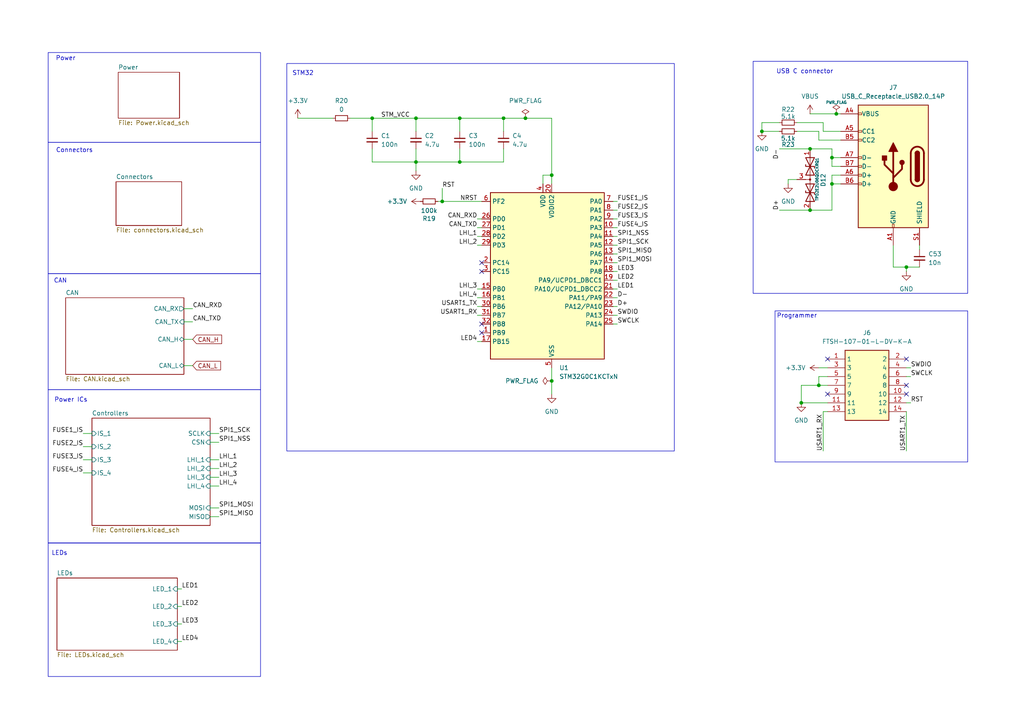
<source format=kicad_sch>
(kicad_sch (version 20231120) (generator "eeschema") (generator_version "8.0")
  (paper "A4")
  (title_block (rev "${REVISION}") (company "Author:") (comment 1 "Reviewer:"))
  (lib_symbols
    (symbol "Device:C_Small" (pin_numbers hide) (pin_names (offset 0.254) hide)
      (property "Reference" "C" (at 0.254 1.778 0))
      (property "Value" "C_Small" (at 0.254 -2.032 0))
      (symbol "C_Small_0_1"
        (polyline (pts (xy -1.524 -0.508) (xy 1.524 -0.508)) (stroke (width 0.3302)))
        (polyline (pts (xy -1.524 0.508) (xy 1.524 0.508)) (stroke (width 0.3048)))
      )
      (symbol "C_Small_1_1"
        (pin passive line (at 0 2.54 270) (length 2.032) (name "~") (number "1"))
        (pin passive line (at 0 -2.54 90) (length 2.032) (name "~") (number "2"))
      )
    )
    (symbol "Device:D_TVS_Dual_AAC" (pin_names (offset 1.016) hide)
      (property "Reference" "D" (at 0 4.445 0))
      (property "Value" "D_TVS_Dual_AAC" (at 0 2.54 0))
      (symbol "D_TVS_Dual_AAC_0_0"
        (polyline (pts (xy 0 -1.27) (xy 0 0)))
      )
      (symbol "D_TVS_Dual_AAC_0_1"
        (polyline (pts (xy -6.35 0) (xy 6.35 0)))
        (polyline (pts (xy -3.302 1.27) (xy -3.81 1.27) (xy -3.81 -1.27) (xy -4.318 -1.27)) (stroke (width 0.254)))
        (polyline (pts (xy 4.318 1.27) (xy 3.81 1.27) (xy 3.81 -1.27) (xy 3.302 -1.27)) (stroke (width 0.254)))
        (polyline (pts (xy -6.35 1.27) (xy -1.27 -1.27) (xy -1.27 1.27) (xy -6.35 -1.27) (xy -6.35 1.27)) (stroke (width 0.254)))
        (polyline (pts (xy 6.35 1.27) (xy 1.27 -1.27) (xy 1.27 1.27) (xy 6.35 -1.27) (xy 6.35 1.27)) (stroke (width 0.254)))
        (circle (center 0 0) (radius 0.254) (fill (type outline)))
      )
      (symbol "D_TVS_Dual_AAC_1_1"
        (pin passive line (at -8.89 0 0) (length 2.54) (name "A1") (number "1"))
        (pin passive line (at 8.89 0 180) (length 2.54) (name "A2") (number "2"))
        (pin passive line (at 0 -3.81 90) (length 2.54) (name "common") (number "3"))
      )
    )
    (symbol "Device:R_Small" (pin_numbers hide) (pin_names (offset 0.254) hide)
      (property "Reference" "R" (at 0.762 0.508 0))
      (property "Value" "R_Small" (at 0.762 -1.016 0))
      (symbol "R_Small_0_1"
        (rectangle (start -0.762 1.778) (end 0.762 -1.778) (stroke (width 0.2032)))
      )
      (symbol "R_Small_1_1"
        (pin passive line (at 0 2.54 270) (length 0.762) (name "~") (number "1"))
        (pin passive line (at 0 -2.54 90) (length 0.762) (name "~") (number "2"))
      )
    )
    (symbol "FTSH-107-01-L-DV-K-A:FTSH-107-01-L-DV-K-A"
      (property "Reference" "J" (at 19.05 7.62 0))
      (property "Value" "FTSH-107-01-L-DV-K-A" (at 19.05 5.08 0))
      (symbol "FTSH-107-01-L-DV-K-A_1_1"
        (rectangle (start 5.08 2.54) (end 17.78 -17.78) (stroke (width 0.254)) (fill (type background)))
        (pin passive line (at 0 0 0) (length 5.08) (name "1") (number "1"))
        (pin passive line (at 22.86 -10.16 180) (length 5.08) (name "10") (number "10"))
        (pin passive line (at 0 -12.7 0) (length 5.08) (name "11") (number "11"))
        (pin passive line (at 22.86 -12.7 180) (length 5.08) (name "12") (number "12"))
        (pin passive line (at 0 -15.24 0) (length 5.08) (name "13") (number "13"))
        (pin passive line (at 22.86 -15.24 180) (length 5.08) (name "14") (number "14"))
        (pin passive line (at 22.86 0 180) (length 5.08) (name "2") (number "2"))
        (pin passive line (at 0 -2.54 0) (length 5.08) (name "3") (number "3"))
        (pin passive line (at 22.86 -2.54 180) (length 5.08) (name "4") (number "4"))
        (pin passive line (at 0 -5.08 0) (length 5.08) (name "5") (number "5"))
        (pin passive line (at 22.86 -5.08 180) (length 5.08) (name "6") (number "6"))
        (pin passive line (at 0 -7.62 0) (length 5.08) (name "7") (number "7"))
        (pin passive line (at 22.86 -7.62 180) (length 5.08) (name "8") (number "8"))
        (pin passive line (at 0 -10.16 0) (length 5.08) (name "9") (number "9"))
      )
    )
    (symbol "GND_2" (power) (pin_numbers hide) (pin_names (offset 0) hide)
      (property "Value" "GND" (at 0 -3.81 0))
      (symbol "GND_2_0_1"
        (polyline (pts (xy 0 0) (xy 0 -1.27) (xy 1.27 -1.27) (xy 0 -2.54) (xy -1.27 -1.27) (xy 0 -1.27)))
      )
      (symbol "GND_2_1_1"
        (pin power_in line (at 0 0 270) (length 0) (name "~") (number "1"))
      )
    )
    (symbol "GND_3" (power) (pin_numbers hide) (pin_names (offset 0) hide)
      (property "Value" "GND" (at 0 -3.81 0))
      (symbol "GND_3_0_1"
        (polyline (pts (xy 0 0) (xy 0 -1.27) (xy 1.27 -1.27) (xy 0 -2.54) (xy -1.27 -1.27) (xy 0 -1.27)))
      )
      (symbol "GND_3_1_1"
        (pin power_in line (at 0 0 270) (length 0) (name "~") (number "1"))
      )
    )
    (symbol "MCU_ST_STM32G0:STM32G0C1KCTxN"
      (property "Reference" "U" (at -15.24 26.67 0))
      (property "Value" "STM32G0C1KCTxN" (at 5.08 26.67 0))
      (symbol "STM32G0C1KCTxN_0_1"
        (rectangle (start -15.24 -22.86) (end 17.78 25.4) (stroke (width 0.254)) (fill (type background)))
      )
      (symbol "STM32G0C1KCTxN_1_1"
        (pin bidirectional line (at -17.78 -15.24 0) (length 2.54) (name "PB9") (number "1"))
        (pin bidirectional line (at 20.32 15.24 180) (length 2.54) (name "PA3") (number "10"))
        (pin bidirectional line (at 20.32 12.7 180) (length 2.54) (name "PA4") (number "11"))
        (pin bidirectional line (at 20.32 10.16 180) (length 2.54) (name "PA5") (number "12"))
        (pin bidirectional line (at 20.32 7.62 180) (length 2.54) (name "PA6") (number "13"))
        (pin bidirectional line (at 20.32 5.08 180) (length 2.54) (name "PA7") (number "14"))
        (pin bidirectional line (at -17.78 -2.54 0) (length 2.54) (name "PB0") (number "15"))
        (pin bidirectional line (at -17.78 -5.08 0) (length 2.54) (name "PB1") (number "16"))
        (pin bidirectional line (at -17.78 -17.78 0) (length 2.54) (name "PB15") (number "17"))
        (pin bidirectional line (at 20.32 2.54 180) (length 2.54) (name "PA8") (number "18"))
        (pin bidirectional line (at 20.32 0 180) (length 2.54) (name "PA9/UCPD1_DBCC1") (number "19"))
        (pin bidirectional line (at -17.78 5.08 0) (length 2.54) (name "PC14") (number "2"))
        (pin power_in line (at 2.54 27.94 270) (length 2.54) (name "VDDIO2") (number "20"))
        (pin bidirectional line (at 20.32 -2.54 180) (length 2.54) (name "PA10/UCPD1_DBCC2") (number "21"))
        (pin bidirectional line (at 20.32 -5.08 180) (length 2.54) (name "PA11/PA9") (number "22"))
        (pin bidirectional line (at 20.32 -7.62 180) (length 2.54) (name "PA12/PA10") (number "23"))
        (pin bidirectional line (at 20.32 -10.16 180) (length 2.54) (name "PA13") (number "24"))
        (pin bidirectional line (at 20.32 -12.7 180) (length 2.54) (name "PA14") (number "25"))
        (pin bidirectional line (at -17.78 17.78 0) (length 2.54) (name "PD0") (number "26"))
        (pin bidirectional line (at -17.78 15.24 0) (length 2.54) (name "PD1") (number "27"))
        (pin bidirectional line (at -17.78 12.7 0) (length 2.54) (name "PD2") (number "28"))
        (pin bidirectional line (at -17.78 10.16 0) (length 2.54) (name "PD3") (number "29"))
        (pin bidirectional line (at -17.78 2.54 0) (length 2.54) (name "PC15") (number "3"))
        (pin bidirectional line (at -17.78 -7.62 0) (length 2.54) (name "PB6") (number "30"))
        (pin bidirectional line (at -17.78 -10.16 0) (length 2.54) (name "PB7") (number "31"))
        (pin bidirectional line (at -17.78 -12.7 0) (length 2.54) (name "PB8") (number "32"))
        (pin power_in line (at 0 27.94 270) (length 2.54) (name "VDD") (number "4"))
        (pin power_in line (at 2.54 -25.4 90) (length 2.54) (name "VSS") (number "5"))
        (pin bidirectional line (at -17.78 22.86 0) (length 2.54) (name "PF2") (number "6"))
        (pin bidirectional line (at 20.32 22.86 180) (length 2.54) (name "PA0") (number "7"))
        (pin bidirectional line (at 20.32 20.32 180) (length 2.54) (name "PA1") (number "8"))
        (pin bidirectional line (at 20.32 17.78 180) (length 2.54) (name "PA2") (number "9"))
      )
    )
    (symbol "PWR_FLAG_1" (power) (pin_numbers hide) (pin_names (offset 0) hide)
      (property "Value" "PWR_FLAG" (at 0 3.81 0))
      (symbol "PWR_FLAG_1_0_0"
        (pin power_out line (at 0 0 90) (length 0) (name "~") (number "1"))
      )
      (symbol "PWR_FLAG_1_0_1"
        (polyline (pts (xy 0 0) (xy 0 1.27) (xy -1.016 1.905) (xy 0 2.54) (xy 1.016 1.905) (xy 0 1.27)))
      )
    )
    (symbol "power:+3.3V" (power) (pin_names (offset 0))
      (property "Value" "+3.3V" (at 0 3.556 0))
      (symbol "+3.3V_0_1"
        (polyline (pts (xy -0.762 1.27) (xy 0 2.54)))
        (polyline (pts (xy 0 0) (xy 0 2.54)))
        (polyline (pts (xy 0 2.54) (xy 0.762 1.27)))
      )
      (symbol "+3.3V_1_1"
        (pin power_in line (at 0 0 90) (length 0) hide (name "+3.3V") (number "1"))
      )
    )
    (symbol "power:GND" (power) (pin_names (offset 0))
      (property "Value" "GND" (at 0 -3.81 0))
      (symbol "GND_0_1"
        (polyline (pts (xy 0 0) (xy 0 -1.27) (xy 1.27 -1.27) (xy 0 -2.54) (xy -1.27 -1.27) (xy 0 -1.27)))
      )
      (symbol "GND_1_1"
        (pin power_in line (at 0 0 270) (length 0) hide (name "GND") (number "1"))
      )
    )
    (symbol "power:PWR_FLAG" (power) (pin_numbers hide) (pin_names (offset 0) hide)
      (property "Value" "PWR_FLAG" (at 0 3.81 0))
      (symbol "PWR_FLAG_0_0"
        (pin power_out line (at 0 0 90) (length 0) (name "pwr") (number "1"))
      )
      (symbol "PWR_FLAG_0_1"
        (polyline (pts (xy 0 0) (xy 0 1.27) (xy -1.016 1.905) (xy 0 2.54) (xy 1.016 1.905) (xy 0 1.27)))
      )
    )
    (symbol "power:VBUS" (power) (pin_numbers hide) (pin_names (offset 0) hide)
      (property "Value" "VBUS" (at 0 3.556 0))
      (symbol "VBUS_0_1"
        (polyline (pts (xy -0.762 1.27) (xy 0 2.54)))
        (polyline (pts (xy 0 0) (xy 0 2.54)))
        (polyline (pts (xy 0 2.54) (xy 0.762 1.27)))
      )
      (symbol "VBUS_1_1"
        (pin power_in line (at 0 0 90) (length 0) (name "~") (number "1"))
      )
    )
    (symbol "usb_c_receptacle_usb2.0_14p:USB_C_Receptacle_USB2.0_14P" (pin_names (offset 1.016))
      (property "Reference" "J2" (at 0 21.59 0))
      (property "Value" "USB_C_Receptacle_USB2.0_14P" (at 0 19.05 0))
      (symbol "USB_C_Receptacle_USB2.0_14P_0_0"
        (rectangle (start -0.254 -17.78) (end 0.254 -16.764))
        (rectangle (start 10.16 -4.826) (end 9.144 -5.334))
        (rectangle (start 10.16 -2.286) (end 9.144 -2.794))
        (rectangle (start 10.16 0.254) (end 9.144 -0.254))
        (rectangle (start 10.16 2.794) (end 9.144 2.286))
        (rectangle (start 10.16 7.874) (end 9.144 7.366))
        (rectangle (start 10.16 10.414) (end 9.144 9.906))
        (rectangle (start 10.16 15.494) (end 9.144 14.986))
      )
      (symbol "USB_C_Receptacle_USB2.0_14P_0_1"
        (rectangle (start -10.16 17.78) (end 10.16 -17.78) (stroke (width 0.254)) (fill (type background)))
        (arc (start -8.89 -3.81) (mid -6.985 -5.7067) (end -5.08 -3.81) (stroke (width 0.508)))
        (arc (start -7.62 -3.81) (mid -6.985 -4.4423) (end -6.35 -3.81) (stroke (width 0.254)))
        (arc (start -7.62 -3.81) (mid -6.985 -4.4423) (end -6.35 -3.81) (stroke (width 0.254)) (fill (type outline)))
        (rectangle (start -7.62 -3.81) (end -6.35 3.81) (stroke (width 0.254)) (fill (type outline)))
        (arc (start -6.35 3.81) (mid -6.985 4.4423) (end -7.62 3.81) (stroke (width 0.254)))
        (arc (start -6.35 3.81) (mid -6.985 4.4423) (end -7.62 3.81) (stroke (width 0.254)) (fill (type outline)))
        (arc (start -5.08 3.81) (mid -6.985 5.7067) (end -8.89 3.81) (stroke (width 0.508)))
        (circle (center -2.54 1.143) (radius 0.635) (stroke (width 0.254)) (fill (type outline)))
        (circle (center 0 -5.842) (radius 1.27) (fill (type outline)))
        (polyline (pts (xy -8.89 -3.81) (xy -8.89 3.81)) (stroke (width 0.508)))
        (polyline (pts (xy -5.08 3.81) (xy -5.08 -3.81)) (stroke (width 0.508)))
        (polyline (pts (xy 0 -5.842) (xy 0 4.318)) (stroke (width 0.508)))
        (polyline (pts (xy 0 -3.302) (xy -2.54 -0.762) (xy -2.54 0.508)) (stroke (width 0.508)))
        (polyline (pts (xy 0 -2.032) (xy 2.54 0.508) (xy 2.54 1.778)) (stroke (width 0.508)))
        (polyline (pts (xy -1.27 4.318) (xy 0 6.858) (xy 1.27 4.318) (xy -1.27 4.318)) (stroke (width 0.254)) (fill (type outline)))
        (rectangle (start 1.905 1.778) (end 3.175 3.048) (stroke (width 0.254)) (fill (type outline)))
      )
      (symbol "USB_C_Receptacle_USB2.0_14P_1_1"
        (pin passive line (at 0 -22.86 90) (length 5.08) (name "GND") (number "A1"))
        (pin passive line (at 0 -22.86 90) (length 5.08) hide (name "GND") (number "A12"))
        (pin passive line (at 15.24 15.24 180) (length 5.08) (name "VBUS") (number "A4"))
        (pin bidirectional line (at 15.24 10.16 180) (length 5.08) (name "CC1") (number "A5"))
        (pin bidirectional line (at 15.24 -2.54 180) (length 5.08) (name "D+") (number "A6"))
        (pin bidirectional line (at 15.24 2.54 180) (length 5.08) (name "D-") (number "A7"))
        (pin passive line (at 15.24 15.24 180) (length 5.08) hide (name "VBUS") (number "A9"))
        (pin passive line (at 0 -22.86 90) (length 5.08) hide (name "GND") (number "B1"))
        (pin passive line (at 0 -22.86 90) (length 5.08) hide (name "GND") (number "B12"))
        (pin passive line (at 15.24 15.24 180) (length 5.08) hide (name "VBUS") (number "B4"))
        (pin bidirectional line (at 15.24 7.62 180) (length 5.08) (name "CC2") (number "B5"))
        (pin bidirectional line (at 15.24 -5.08 180) (length 5.08) (name "D+") (number "B6"))
        (pin bidirectional line (at 15.24 0 180) (length 5.08) (name "D-") (number "B7"))
        (pin passive line (at 15.24 15.24 180) (length 5.08) hide (name "VBUS") (number "B9"))
        (pin passive line (at -7.62 -22.86 90) (length 5.08) (name "SHIELD") (number "S1"))
      )
    )
  )
  (junction (at 234.95 43.18))
  (junction (at 107.95 34.29))
  (junction (at 220.98 38.1))
  (junction (at 241.3 45.72))
  (junction (at 237.49 111.76))
  (junction (at 120.65 34.29))
  (junction (at 146.05 34.29))
  (junction (at 241.3 53.34))
  (junction (at 234.95 60.96))
  (junction (at 242.57 33.02))
  (junction (at 262.89 77.47))
  (junction (at 152.4 34.29))
  (junction (at 232.41 116.84))
  (junction (at 160.02 50.8))
  (junction (at 160.02 110.49))
  (junction (at 133.35 34.29))
  (junction (at 128.27 58.42))
  (junction (at 133.35 46.99))
  (junction (at 120.65 46.99))
  (no_connect (at 139.7 96.52))
  (no_connect (at 139.7 93.98))
  (no_connect (at 262.89 111.76))
  (no_connect (at 240.03 114.3))
  (no_connect (at 262.89 104.14))
  (no_connect (at 139.7 78.74))
  (no_connect (at 262.89 114.3))
  (no_connect (at 240.03 104.14))
  (no_connect (at 139.7 76.2))
  (wire (pts (xy 243.84 50.8) (xy 241.3 50.8)))
  (wire (pts (xy 138.43 63.5) (xy 139.7 63.5)))
  (wire (pts (xy 160.02 110.49) (xy 160.02 114.3)))
  (wire (pts (xy 138.43 71.12) (xy 139.7 71.12)))
  (wire (pts (xy 177.8 73.66) (xy 179.07 73.66)))
  (wire (pts (xy 133.35 46.99) (xy 146.05 46.99)))
  (wire (pts (xy 226.06 43.18) (xy 234.95 43.18)))
  (wire (pts (xy 177.8 91.44) (xy 179.07 91.44)))
  (wire (pts (xy 160.02 106.68) (xy 160.02 110.49)))
  (wire (pts (xy 138.43 83.82) (xy 139.7 83.82)))
  (wire (pts (xy 231.14 38.1) (xy 237.49 38.1)))
  (wire (pts (xy 242.57 33.02) (xy 243.84 33.02)))
  (wire (pts (xy 127 58.42) (xy 128.27 58.42)))
  (wire (pts (xy 60.96 128.27) (xy 63.5 128.27)))
  (wire (pts (xy 60.96 140.97) (xy 63.5 140.97)))
  (wire (pts (xy 237.49 109.22) (xy 240.03 109.22)))
  (wire (pts (xy 262.89 106.68) (xy 264.16 106.68)))
  (wire (pts (xy 86.36 34.29) (xy 96.52 34.29)))
  (wire (pts (xy 177.8 86.36) (xy 179.07 86.36)))
  (wire (pts (xy 177.8 71.12) (xy 179.07 71.12)))
  (wire (pts (xy 262.89 116.84) (xy 264.16 116.84)))
  (wire (pts (xy 177.8 76.2) (xy 179.07 76.2)))
  (wire (pts (xy 120.65 34.29) (xy 133.35 34.29)))
  (wire (pts (xy 234.95 33.02) (xy 242.57 33.02)))
  (wire (pts (xy 177.8 66.04) (xy 179.07 66.04)))
  (wire (pts (xy 241.3 50.8) (xy 241.3 53.34)))
  (wire (pts (xy 237.49 111.76) (xy 237.49 109.22)))
  (wire (pts (xy 259.08 71.12) (xy 259.08 77.47)))
  (wire (pts (xy 53.34 89.535) (xy 55.88 89.535)))
  (wire (pts (xy 138.43 91.44) (xy 139.7 91.44)))
  (wire (pts (xy 238.76 119.38) (xy 240.03 119.38)))
  (wire (pts (xy 60.96 149.86) (xy 63.5 149.86)))
  (wire (pts (xy 177.8 58.42) (xy 179.07 58.42)))
  (wire (pts (xy 237.49 38.1) (xy 237.49 40.64)))
  (wire (pts (xy 177.8 60.96) (xy 179.07 60.96)))
  (wire (pts (xy 24.13 137.16) (xy 26.67 137.16)))
  (wire (pts (xy 238.76 130.81) (xy 238.76 119.38)))
  (wire (pts (xy 60.96 125.73) (xy 63.5 125.73)))
  (wire (pts (xy 120.65 46.99) (xy 120.65 49.53)))
  (wire (pts (xy 128.27 58.42) (xy 139.7 58.42)))
  (wire (pts (xy 259.08 77.47) (xy 262.89 77.47)))
  (wire (pts (xy 228.6 52.07) (xy 231.14 52.07)))
  (wire (pts (xy 240.03 111.76) (xy 237.49 111.76)))
  (wire (pts (xy 266.7 71.12) (xy 266.7 72.39)))
  (wire (pts (xy 160.02 34.29) (xy 160.02 50.8)))
  (wire (pts (xy 51.435 175.895) (xy 52.705 175.895)))
  (wire (pts (xy 177.8 63.5) (xy 179.07 63.5)))
  (wire (pts (xy 157.48 50.8) (xy 157.48 53.34)))
  (wire (pts (xy 120.65 34.29) (xy 120.65 38.1)))
  (wire (pts (xy 237.49 40.64) (xy 243.84 40.64)))
  (wire (pts (xy 228.6 53.34) (xy 228.6 52.07)))
  (wire (pts (xy 60.96 138.43) (xy 63.5 138.43)))
  (wire (pts (xy 60.96 133.35) (xy 63.5 133.35)))
  (wire (pts (xy 51.435 186.055) (xy 52.705 186.055)))
  (wire (pts (xy 138.43 86.36) (xy 139.7 86.36)))
  (wire (pts (xy 238.76 35.56) (xy 238.76 38.1)))
  (wire (pts (xy 24.13 125.73) (xy 26.67 125.73)))
  (wire (pts (xy 262.89 109.22) (xy 264.16 109.22)))
  (wire (pts (xy 152.4 34.29) (xy 160.02 34.29)))
  (wire (pts (xy 107.95 34.29) (xy 120.65 34.29)))
  (wire (pts (xy 120.65 43.18) (xy 120.65 46.99)))
  (wire (pts (xy 133.35 34.29) (xy 146.05 34.29)))
  (wire (pts (xy 232.41 116.84) (xy 240.03 116.84)))
  (wire (pts (xy 177.8 81.28) (xy 179.07 81.28)))
  (wire (pts (xy 226.06 35.56) (xy 220.98 35.56)))
  (wire (pts (xy 243.84 45.72) (xy 241.3 45.72)))
  (wire (pts (xy 226.06 60.96) (xy 234.95 60.96)))
  (wire (pts (xy 138.43 68.58) (xy 139.7 68.58)))
  (wire (pts (xy 231.14 35.56) (xy 238.76 35.56)))
  (wire (pts (xy 241.3 45.72) (xy 241.3 43.18)))
  (wire (pts (xy 262.89 119.38) (xy 262.89 130.81)))
  (wire (pts (xy 237.49 106.68) (xy 240.03 106.68)))
  (wire (pts (xy 53.34 98.425) (xy 55.88 98.425)))
  (wire (pts (xy 232.41 111.76) (xy 237.49 111.76)))
  (wire (pts (xy 138.43 88.9) (xy 139.7 88.9)))
  (wire (pts (xy 241.3 48.26) (xy 243.84 48.26)))
  (wire (pts (xy 238.76 38.1) (xy 243.84 38.1)))
  (wire (pts (xy 107.95 38.1) (xy 107.95 34.29)))
  (wire (pts (xy 53.34 93.345) (xy 55.88 93.345)))
  (wire (pts (xy 51.435 180.975) (xy 52.705 180.975)))
  (wire (pts (xy 262.89 77.47) (xy 262.89 78.74)))
  (wire (pts (xy 120.65 46.99) (xy 133.35 46.99)))
  (wire (pts (xy 128.27 54.61) (xy 128.27 58.42)))
  (wire (pts (xy 177.8 88.9) (xy 179.07 88.9)))
  (wire (pts (xy 177.8 78.74) (xy 179.07 78.74)))
  (wire (pts (xy 24.13 129.54) (xy 26.67 129.54)))
  (wire (pts (xy 160.02 50.8) (xy 160.02 53.34)))
  (wire (pts (xy 107.95 43.18) (xy 107.95 46.99)))
  (wire (pts (xy 133.35 43.18) (xy 133.35 46.99)))
  (wire (pts (xy 51.435 170.815) (xy 52.705 170.815)))
  (wire (pts (xy 60.96 147.32) (xy 63.5 147.32)))
  (wire (pts (xy 177.8 68.58) (xy 179.07 68.58)))
  (wire (pts (xy 241.3 53.34) (xy 243.84 53.34)))
  (wire (pts (xy 177.8 83.82) (xy 179.07 83.82)))
  (wire (pts (xy 241.3 43.18) (xy 234.95 43.18)))
  (wire (pts (xy 146.05 43.18) (xy 146.05 46.99)))
  (wire (pts (xy 138.43 66.04) (xy 139.7 66.04)))
  (wire (pts (xy 220.98 35.56) (xy 220.98 38.1)))
  (wire (pts (xy 232.41 111.76) (xy 232.41 116.84)))
  (wire (pts (xy 107.95 46.99) (xy 120.65 46.99)))
  (wire (pts (xy 262.89 77.47) (xy 266.7 77.47)))
  (wire (pts (xy 220.98 38.1) (xy 226.06 38.1)))
  (wire (pts (xy 234.95 60.96) (xy 241.3 60.96)))
  (wire (pts (xy 146.05 34.29) (xy 146.05 38.1)))
  (wire (pts (xy 133.35 34.29) (xy 133.35 38.1)))
  (wire (pts (xy 24.13 133.35) (xy 26.67 133.35)))
  (wire (pts (xy 241.3 45.72) (xy 241.3 48.26)))
  (wire (pts (xy 241.3 53.34) (xy 241.3 60.96)))
  (wire (pts (xy 177.8 93.98) (xy 179.07 93.98)))
  (wire (pts (xy 160.02 50.8) (xy 157.48 50.8)))
  (wire (pts (xy 138.43 99.06) (xy 139.7 99.06)))
  (wire (pts (xy 53.34 106.045) (xy 55.88 106.045)))
  (wire (pts (xy 146.05 34.29) (xy 152.4 34.29)))
  (wire (pts (xy 101.6 34.29) (xy 107.95 34.29)))
  (wire (pts (xy 60.96 135.89) (xy 63.5 135.89)))
  (rectangle (start 13.97 79.375) (end 75.565 113.03))
  (rectangle (start 13.97 15.24) (end 75.565 41.275))
  (rectangle (start 13.97 113.03) (end 75.565 157.48))
  (rectangle (start 224.79 90.17) (end 280.67 133.985))
  (rectangle (start 218.44 17.78) (end 280.67 85.09))
  (rectangle (start 13.97 41.275) (end 75.565 79.375))
  (rectangle (start 13.97 157.48) (end 75.565 196.215))
  (rectangle (start 83.185 18.415) (end 195.58 130.81))
  (text "Connectors" (at 21.59 43.688 0) (effects (font (size 1.27 1.27))))
  (text "CAN" (at 17.526 81.534 0) (effects (font (size 1.27 1.27))))
  (text "Programmer" (at 231.14 91.694 0) (effects (font (size 1.27 1.27))))
  (text "LEDs" (at 17.272 160.528 0) (effects (font (size 1.27 1.27))))
  (text "STM32" (at 87.884 21.336 0) (effects (font (size 1.27 1.27))))
  (text "USB C connector" (at 233.426 20.828 0) (effects (font (size 1.27 1.27))))
  (text "Power" (at 19.05 17.018 0) (effects (font (size 1.27 1.27))))
  (text "Power ICs" (at 20.574 116.078 0) (effects (font (size 1.27 1.27))))
  (label "FUSE3_IS" (at 24.13 133.35 180))
  (label "LED3" (at 52.705 180.975 0))
  (label "LHI_4" (at 63.5 140.97 0))
  (label "SWDIO" (at 264.16 106.68 0))
  (label "CAN_TXD" (at 55.88 93.345 0))
  (label "LHI_2" (at 63.5 135.89 0))
  (label "SWCLK" (at 264.16 109.22 0))
  (label "USART1_TX" (at 138.43 88.9 180))
  (label "LHI_1" (at 138.43 68.58 180))
  (label "SPI1_MISO" (at 63.5 149.86 0))
  (label "LED1" (at 179.07 83.82 0))
  (label "FUSE2_IS" (at 179.07 60.96 0))
  (label "FUSE4_IS" (at 24.13 137.16 180))
  (label "CAN_RXD" (at 55.88 89.535 0))
  (label "FUSE3_IS" (at 179.07 63.5 0))
  (label "SPI1_MISO" (at 179.07 73.66 0))
  (label "FUSE1_IS" (at 24.13 125.73 180))
  (label "USART1_TX" (at 262.89 130.81 90))
  (label "LED4" (at 52.705 186.055 0))
  (label "D-" (at 179.07 86.36 0))
  (label "LED2" (at 179.07 81.28 0))
  (label "LHI_3" (at 138.43 83.82 180))
  (label "D+" (at 226.06 60.96 90))
  (label "LHI_4" (at 138.43 86.36 180))
  (label "FUSE4_IS" (at 179.07 66.04 0))
  (label "NRST" (at 138.43 58.42 180))
  (label "SPI1_NSS" (at 63.5 128.27 0))
  (label "LHI_2" (at 138.43 71.12 180))
  (label "LED4" (at 138.43 99.06 180))
  (label "LHI_1" (at 63.5 133.35 0))
  (label "LHI_3" (at 63.5 138.43 0))
  (label "USART1_RX" (at 238.76 130.81 90))
  (label "CAN_TXD" (at 138.43 66.04 180))
  (label "RST" (at 128.27 54.61 0))
  (label "D-" (at 226.06 43.18 270))
  (label "SPI1_NSS" (at 179.07 68.58 0))
  (label "CAN_RXD" (at 138.43 63.5 180))
  (label "STM_VCC" (at 110.49 34.29 0))
  (label "SPI1_MOSI" (at 179.07 76.2 0))
  (label "SWDIO" (at 179.07 91.44 0))
  (label "SWCLK" (at 179.07 93.98 0))
  (label "USART1_RX" (at 138.43 91.44 180))
  (label "LED2" (at 52.705 175.895 0))
  (label "SPI1_SCK" (at 179.07 71.12 0))
  (label "RST" (at 264.16 116.84 0))
  (label "SPI1_MOSI" (at 63.5 147.32 0))
  (label "FUSE1_IS" (at 179.07 58.42 0))
  (label "LED1" (at 52.705 170.815 0))
  (label "FUSE2_IS" (at 24.13 129.54 180))
  (label "SPI1_SCK" (at 63.5 125.73 0))
  (label "D+" (at 179.07 88.9 0))
  (label "LED3" (at 179.07 78.74 0))
  (global_label "CAN_H" (shape input) (at 55.88 98.425 0) (property "Intersheetrefs" "${INTERSHEET_REFS}" (effects (hide yes))))
  (global_label "CAN_L" (shape input) (at 55.88 106.045 0) (property "Intersheetrefs" "${INTERSHEET_REFS}" (effects (hide yes))))
  (symbol (lib_id "power:GND") (at 232.41 116.84 0) (mirror y) (unit 1)
    (property "Reference" "#PWR018" (effects (hide yes)))
    (property "Value" "GND" (at 232.41 121.92 0))
  )
  (symbol (lib_id "power:+3.3V") (at 86.36 34.29 0) (unit 1)
    (property "Reference" "#PWR01" (effects (hide yes)))
    (property "Value" "+3.3V" (at 86.36 29.21 0))
  )
  (symbol (lib_id "Device:R_Small") (at 99.06 34.29 90) (unit 1)
    (property "Reference" "R20" (at 99.06 29.21 90))
    (property "Value" "0" (at 99.06 31.75 90))
    (property "Footprint" "Resistor_SMD:R_0603_1608Metric_Pad0.98x0.95mm_HandSolder" (effects (hide yes)))
    (property "Description" "Resistor, small symbol" (effects (hide yes)))
    (property "Mouser" "https://www.mouser.pl/ProductDetail/KOA-Speer/RK73Z1JTTDD?qs=sGAEpiMZZMtlubZbdhIBIOIkEhSyZ1IOpjyUKjVzbOA%3D" (effects (hide yes)))
  )
  (symbol (lib_id "power:VBUS") (at 234.95 33.02 0) (unit 1)
    (property "Reference" "#PWR038" (effects (hide yes)))
    (property "Value" "VBUS" (at 234.95 27.94 0))
    (property "Description" "Power symbol creates a global label with name \"VBUS\"" (effects (hide yes)))
  )
  (symbol (lib_id "power:GND") (at 120.65 49.53 0) (unit 1)
    (property "Reference" "#PWR02" (effects (hide yes)))
    (property "Value" "GND" (at 120.65 54.61 0))
  )
  (symbol (lib_name "PWR_FLAG_1") (lib_id "power:PWR_FLAG") (at 242.57 33.02 0) (unit 1)
    (property "Reference" "#FLG07" (effects (hide yes)))
    (property "Value" "PWR_FLAG" (at 242.57 29.718 0) (effects (font (size 0.8 0.8))))
    (property "Description" "Special symbol for telling ERC where power comes from" (effects (hide yes)))
  )
  (symbol (lib_id "power:+3.3V") (at 121.92 58.42 90) (unit 1)
    (property "Reference" "#PWR024" (effects (hide yes)))
    (property "Value" "+3.3V" (at 118.11 58.42 90) (effects (justify left)))
  )
  (symbol (lib_id "Device:R_Small") (at 228.6 38.1 90) (unit 1)
    (property "Reference" "R23" (at 228.6 41.91 90))
    (property "Value" "5.1k" (at 228.6 40.132 90))
    (property "Footprint" "Resistor_SMD:R_0603_1608Metric_Pad0.98x0.95mm_HandSolder" (effects (hide yes)))
    (property "Description" "Resistor, small symbol" (effects (hide yes)))
  )
  (symbol (lib_id "FTSH-107-01-L-DV-K-A:FTSH-107-01-L-DV-K-A") (at 240.03 104.14 0) (unit 1)
    (property "Reference" "J6" (at 251.46 96.52 0))
    (property "Value" "FTSH-107-01-L-DV-K-A" (at 251.46 99.06 0))
    (property "Footprint" "FTSH-107-XX-YYY-DV-K-A" (effects (hide yes)))
    (property "Datasheet" "http://suddendocs.samtec.com/prints/ftsh-1xx-xx-xxx-dv-xxx-xxx-mkt.pdf" (effects (hide yes)))
    (property "Description" "14 position, High Reliability Header Strips, 0.050&quot; pitch, Dual-Row Vertical" (effects (hide yes)))
    (property "Mouser Part Number" "200-FTSH10701LDVKA" (effects (hide yes)))
    (property "Mouser Price/Stock" "https://www.mouser.co.uk/ProductDetail/Samtec/FTSH-107-01-L-DV-K-A?qs=PB6%2FjmICvI3xEHFou4PhNg%3D%3D" (effects (hide yes)))
    (property "Manufacturer_Name" "SAMTEC" (effects (hide yes)))
    (property "Manufacturer_Part_Number" "FTSH-107-01-L-DV-K-A" (effects (hide yes)))
  )
  (symbol (lib_id "Device:C_Small") (at 133.35 40.64 0) (unit 1)
    (property "Reference" "C3" (at 135.89 39.3763 0) (effects (justify left)))
    (property "Value" "100n" (at 135.89 41.9163 0) (effects (justify left)))
    (property "Footprint" "Capacitor_SMD:C_0603_1608Metric" (effects (hide yes)))
    (property "m" "C0603C104K5RAC3121" (effects (hide yes)))
  )
  (symbol (lib_name "GND_2") (lib_id "power:GND") (at 262.89 78.74 0) (unit 1)
    (property "Reference" "#PWR037" (effects (hide yes)))
    (property "Value" "GND" (at 262.89 83.82 0))
    (property "Description" "Power symbol creates a global label with name \"GND\" , ground" (effects (hide yes)))
  )
  (symbol (lib_id "Device:C_Small") (at 146.05 40.64 0) (unit 1)
    (property "Reference" "C4" (at 148.59 39.3763 0) (effects (justify left)))
    (property "Value" "4.7u" (at 148.59 41.91 0) (effects (justify left)))
    (property "Footprint" "Capacitor_SMD:C_0603_1608Metric" (effects (hide yes)))
    (property "m" "CL10A475KQ8NNNL" (effects (hide yes)))
  )
  (symbol (lib_id "usb_c_receptacle_usb2.0_14p:USB_C_Receptacle_USB2.0_14P") (at 259.08 48.26 0) (mirror y) (unit 1)
    (property "Reference" "J7" (at 259.08 25.4 0))
    (property "Value" "USB_C_Receptacle_USB2.0_14P" (at 259.08 27.94 0))
    (property "Footprint" "Connector_USB:USB_C_Receptacle_JAE_DX07S024WJ3R400" (effects (hide yes)))
    (property "Datasheet" "https://www.usb.org/sites/default/files/documents/usb_type-c.zip" (effects (hide yes)))
    (property "Description" "USB 2.0-only 14P Type-C Receptacle connector" (effects (hide yes)))
  )
  (symbol (lib_id "Device:C_Small") (at 120.65 40.64 0) (unit 1)
    (property "Reference" "C2" (at 123.19 39.3763 0) (effects (justify left)))
    (property "Value" "4.7u" (at 123.19 41.9163 0) (effects (justify left)))
    (property "Footprint" "Capacitor_SMD:C_0603_1608Metric" (effects (hide yes)))
    (property "m" "CL10A475KQ8NNNL" (effects (hide yes)))
  )
  (symbol (lib_name "GND_3") (lib_id "power:GND") (at 220.98 38.1 0) (unit 1)
    (property "Reference" "#PWR039" (effects (hide yes)))
    (property "Value" "GND" (at 220.98 43.18 0))
    (property "Description" "Power symbol creates a global label with name \"GND\" , ground" (effects (hide yes)))
  )
  (symbol (lib_id "Device:R_Small") (at 228.6 35.56 90) (unit 1)
    (property "Reference" "R22" (at 228.6 31.75 90))
    (property "Value" "5.1k" (at 228.6 33.782 90))
    (property "Footprint" "Resistor_SMD:R_0603_1608Metric_Pad0.98x0.95mm_HandSolder" (effects (hide yes)))
    (property "Description" "Resistor, small symbol" (effects (hide yes)))
  )
  (symbol (lib_id "Device:C_Small") (at 107.95 40.64 0) (unit 1)
    (property "Reference" "C1" (at 110.49 39.3763 0) (effects (justify left)))
    (property "Value" "100n" (at 110.49 41.9163 0) (effects (justify left)))
    (property "Footprint" "Capacitor_SMD:C_0603_1608Metric" (effects (hide yes)))
    (property "m" "C0603C104K5RAC3121" (effects (hide yes)))
  )
  (symbol (lib_name "GND_3") (lib_id "power:GND") (at 228.6 53.34 0) (unit 1)
    (property "Reference" "#PWR020" (effects (hide yes)))
    (property "Value" "GND" (at 228.6 58.42 0))
    (property "Description" "Power symbol creates a global label with name \"GND\" , ground" (effects (hide yes)))
  )
  (symbol (lib_id "power:+3.3V") (at 237.49 106.68 90) (unit 1)
    (property "Reference" "#PWR019" (effects (hide yes)))
    (property "Value" "+3.3V" (at 233.68 106.68 90) (effects (justify left)))
  )
  (symbol (lib_id "power:PWR_FLAG") (at 152.4 34.29 0) (unit 1)
    (property "Reference" "#FLG01" (effects (hide yes)))
    (property "Value" "PWR_FLAG" (at 152.4 29.21 0))
  )
  (symbol (lib_id "power:PWR_FLAG") (at 160.02 110.49 90) (unit 1)
    (property "Reference" "#FLG02" (effects (hide yes)))
    (property "Value" "PWR_FLAG" (at 156.21 110.49 90) (effects (justify left)))
  )
  (symbol (lib_id "Device:R_Small") (at 124.46 58.42 90) (unit 1)
    (property "Reference" "R19" (at 124.46 63.3984 90))
    (property "Value" "100k" (at 124.46 61.087 90))
    (property "Footprint" "Resistor_SMD:R_0603_1608Metric" (effects (hide yes)))
    (property "m" "667-ERJ-3EKF1003V" (effects (hide yes)))
  )
  (symbol (lib_id "Device:C_Small") (at 266.7 74.93 0) (unit 1)
    (property "Reference" "C53" (at 269.24 73.6662 0) (effects (justify left)))
    (property "Value" "10n" (at 269.24 76.2062 0) (effects (justify left)))
    (property "Footprint" "Capacitor_SMD:C_0603_1608Metric_Pad1.08x0.95mm_HandSolder" (effects (hide yes)))
    (property "Description" "Unpolarized capacitor, small symbol" (effects (hide yes)))
  )
  (symbol (lib_id "MCU_ST_STM32G0:STM32G0C1KCTxN") (at 157.48 81.28 0) (unit 1)
    (property "Reference" "U1" (at 162.2141 106.68 0) (effects (justify left)))
    (property "Value" "STM32G0C1KCTxN" (at 162.2141 109.22 0) (effects (justify left)))
    (property "Footprint" "Package_QFP:LQFP-32_7x7mm_P0.8mm" (effects (hide yes)))
    (property "Datasheet" "https://www.st.com/resource/en/datasheet/stm32g0c1kc.pdf" (effects (hide yes)))
  )
  (symbol (lib_id "power:GND") (at 160.02 114.3 0) (unit 1)
    (property "Reference" "#PWR03" (effects (hide yes)))
    (property "Value" "GND" (at 160.02 119.38 0))
  )
  (symbol (lib_id "Device:D_TVS_Dual_AAC") (at 234.95 52.07 270) (unit 1)
    (property "Reference" "D12" (at 238.76 50.292 0) (effects (justify left)))
    (property "Value" "TPD2E2U06QDCKRQ1" (at 236.982 45.72 0) (effects (font (size 0.8 0.8)) (justify left)))
    (property "Footprint" "Package_TO_SOT_SMD:SOT-323_SC-70_Handsoldering" (effects (hide yes)))
    (property "Datasheet" "https://www.ti.com/lit/ds/symlink/tpd2e2u06-q1.pdf?ts=1734104473451&ref_url=https%253A%252F%252Fwww.mouser.pl%252F" (effects (hide yes)))
    (property "Description" "TPD2E2U06QDCKRQ1" (effects (hide yes)))
    (property "m" "https://www.mouser.pl/ProductDetail/Texas-Instruments/TPD2E2U06QDCKRQ1?qs=ADSrZYdIRCfXwfJhDKD6aQ%3D%3D" (effects (hide yes)))
  )
  (sheet (at 34.29 20.955) (size 17.78 13.335) (stroke (width 0.1524))
    (property "Sheetname" "Power" (at 34.29 20.2434 0) (effects (justify left bottom)))
    (property "Sheetfile" "Power.kicad_sch" (at 34.29 34.8746 0) (effects (justify left top)))
  )
  (sheet (at 33.655 52.705) (size 19.05 12.7) (stroke (width 0.1524))
    (property "Sheetname" "Connectors" (at 33.655 51.9934 0) (effects (justify left bottom)))
    (property "Sheetfile" "connectors.kicad_sch" (at 33.655 65.9896 0) (effects (justify left top)))
  )
  (sheet (at 19.05 86.36) (size 34.29 22.225) (stroke (width 0.1524))
    (property "Sheetname" "CAN" (at 19.05 85.6484 0) (effects (justify left bottom)))
    (property "Sheetfile" "CAN.kicad_sch" (at 19.05 109.1696 0) (effects (justify left top)))
    (pin "CAN_RX" output (at 53.34 89.535 0))
    (pin "CAN_TX" input (at 53.34 93.345 0))
    (pin "CAN_H" bidirectional (at 53.34 98.425 0))
    (pin "CAN_L" bidirectional (at 53.34 106.045 0))
  )
  (sheet (at 16.51 167.64) (size 34.925 20.955) (stroke (width 0.1524))
    (property "Sheetname" "LEDs" (at 16.51 166.9284 0) (effects (justify left bottom)))
    (property "Sheetfile" "LEDs.kicad_sch" (at 16.51 189.1796 0) (effects (justify left top)))
    (pin "LED_3" input (at 51.435 180.975 0))
    (pin "LED_4" input (at 51.435 186.055 0))
    (pin "LED_2" input (at 51.435 175.895 0))
    (pin "LED_1" input (at 51.435 170.815 0))
  )
  (sheet (at 26.67 121.285) (size 34.29 31.115) (stroke (width 0.1524))
    (property "Sheetname" "Controllers" (at 26.67 120.5734 0) (effects (justify left bottom)))
    (property "Sheetfile" "Controllers.kicad_sch" (at 26.67 152.9846 0) (effects (justify left top)))
    (pin "LHI_2" input (at 60.96 135.89 0))
    (pin "IS_4" input (at 26.67 137.16 180))
    (pin "LHI_4" input (at 60.96 140.97 0))
    (pin "MISO" output (at 60.96 149.86 0))
    (pin "IS_2" input (at 26.67 129.54 180))
    (pin "IS_3" input (at 26.67 133.35 180))
    (pin "LHI_3" input (at 60.96 138.43 0))
    (pin "IS_1" input (at 26.67 125.73 180))
    (pin "LHI_1" input (at 60.96 133.35 0))
    (pin "MOSI" input (at 60.96 147.32 0))
    (pin "SCLK" input (at 60.96 125.73 0))
    (pin "CSN" input (at 60.96 128.27 0))
  )
)
</source>
